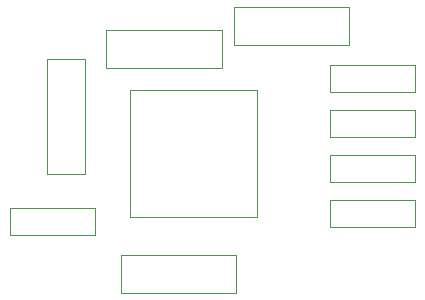
<source format=gbr>
G04 #@! TF.FileFunction,Other,User*
%FSLAX46Y46*%
G04 Gerber Fmt 4.6, Leading zero omitted, Abs format (unit mm)*
G04 Created by KiCad (PCBNEW 4.0.7) date 01/30/19 19:46:31*
%MOMM*%
%LPD*%
G01*
G04 APERTURE LIST*
%ADD10C,0.100000*%
%ADD11C,0.050000*%
G04 APERTURE END LIST*
D10*
D11*
X160140000Y-86480000D02*
X160140000Y-88780000D01*
X160140000Y-88780000D02*
X167290000Y-88780000D01*
X167290000Y-88780000D02*
X167290000Y-86480000D01*
X167290000Y-86480000D02*
X160140000Y-86480000D01*
X140215000Y-93225000D02*
X140215000Y-90925000D01*
X140215000Y-90925000D02*
X133065000Y-90925000D01*
X133065000Y-90925000D02*
X133065000Y-93225000D01*
X133065000Y-93225000D02*
X140215000Y-93225000D01*
X160140000Y-90290000D02*
X160140000Y-92590000D01*
X160140000Y-92590000D02*
X167290000Y-92590000D01*
X167290000Y-92590000D02*
X167290000Y-90290000D01*
X167290000Y-90290000D02*
X160140000Y-90290000D01*
X151985000Y-73965000D02*
X151985000Y-77165000D01*
X151985000Y-77165000D02*
X161735000Y-77165000D01*
X161735000Y-77165000D02*
X161735000Y-73965000D01*
X161735000Y-73965000D02*
X151985000Y-73965000D01*
X141190000Y-75870000D02*
X141190000Y-79070000D01*
X141190000Y-79070000D02*
X150940000Y-79070000D01*
X150940000Y-79070000D02*
X150940000Y-75870000D01*
X150940000Y-75870000D02*
X141190000Y-75870000D01*
X139395000Y-78325000D02*
X136195000Y-78325000D01*
X136195000Y-78325000D02*
X136195000Y-88075000D01*
X136195000Y-88075000D02*
X139395000Y-88075000D01*
X139395000Y-88075000D02*
X139395000Y-78325000D01*
X152180000Y-98120000D02*
X152180000Y-94920000D01*
X152180000Y-94920000D02*
X142430000Y-94920000D01*
X142430000Y-94920000D02*
X142430000Y-98120000D01*
X142430000Y-98120000D02*
X152180000Y-98120000D01*
X143230000Y-80950000D02*
X143230000Y-91750000D01*
X143230000Y-91750000D02*
X153930000Y-91750000D01*
X153930000Y-91750000D02*
X153930000Y-80950000D01*
X153930000Y-80950000D02*
X143230000Y-80950000D01*
X160140000Y-78860000D02*
X160140000Y-81160000D01*
X160140000Y-81160000D02*
X167290000Y-81160000D01*
X167290000Y-81160000D02*
X167290000Y-78860000D01*
X167290000Y-78860000D02*
X160140000Y-78860000D01*
X160140000Y-82670000D02*
X160140000Y-84970000D01*
X160140000Y-84970000D02*
X167290000Y-84970000D01*
X167290000Y-84970000D02*
X167290000Y-82670000D01*
X167290000Y-82670000D02*
X160140000Y-82670000D01*
M02*

</source>
